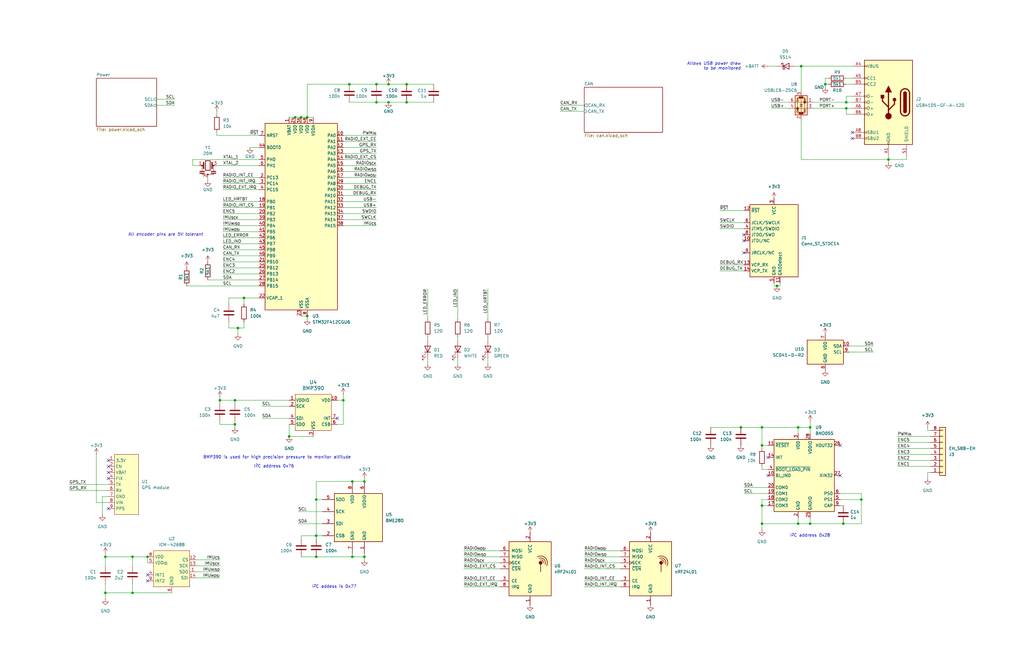
<source format=kicad_sch>
(kicad_sch (version 20250114) (generator "eeschema") (generator_version "9.0")
  (paper "USLedger")
  (title_block (title "Falcon Motherboard") (date "2025-08-23") (rev "3.1") (company "HPVDT") (comment 1 "Revised connections for programming pins") (comment 2 "Revised some sensor choices") (comment 3 "Added CAN communications"))
  (text "All encoder pins are 5V tolerant" (at 69.85 99.06 0) (effects (font (size 1.27 1.27) (italic yes))))
  (text "BMP390 is used for high precision pressure to monitor altitude" (at 116.84 193.04 0) (effects (font (size 1.27 1.27))))
  (text "Allows USB power draw\nto be monitored" (at 312.42 27.94 0) (effects (font (size 1.27 1.27) (italic yes)) (justify right)))
  (text "I^{2}C addess is 0x77" (at 140.97 247.65 0) (effects (font (size 1.27 1.27))))
  (text "I^{2}C address 0x28" (at 341.63 226.06 0) (effects (font (size 1.27 1.27))))
  (text "I^{2}C address 0x76" (at 115.57 196.85 0) (effects (font (size 1.27 1.27))))
  (junction (at 321.31 213.36))
  (junction (at 163.83 43.18))
  (junction (at 321.31 180.34))
  (junction (at 341.63 180.34))
  (junction (at 99.06 179.07))
  (junction (at 102.87 125.73))
  (junction (at 374.65 67.31))
  (junction (at 341.63 220.98))
  (junction (at 321.31 220.98))
  (junction (at 336.55 220.98))
  (junction (at 148.59 234.95))
  (junction (at 144.78 168.91))
  (junction (at 133.35 226.06))
  (junction (at 133.35 210.82))
  (junction (at 129.54 49.53))
  (junction (at 336.55 180.34))
  (junction (at 171.45 43.18))
  (junction (at 44.45 234.95))
  (junction (at 163.83 35.56))
  (junction (at 158.75 43.18))
  (junction (at 327.66 120.65))
  (junction (at 55.88 250.19))
  (junction (at 127 49.53))
  (junction (at 158.75 35.56))
  (junction (at 100.33 138.43))
  (junction (at 92.71 168.91))
  (junction (at 153.67 203.2))
  (junction (at 44.45 250.19))
  (junction (at 121.92 184.15))
  (junction (at 337.82 27.94))
  (junction (at 62.23 234.95))
  (junction (at 133.35 234.95))
  (junction (at 347.98 35.56))
  (junction (at 356.87 43.18))
  (junction (at 153.67 234.95))
  (junction (at 148.59 203.2))
  (junction (at 171.45 35.56))
  (junction (at 99.06 168.91))
  (junction (at 55.88 234.95))
  (junction (at 147.32 35.56))
  (junction (at 363.22 210.82))
  (junction (at 355.6 220.98))
  (junction (at 321.31 187.96))
  (junction (at 129.54 133.35))
  (junction (at 356.87 45.72))
  (junction (at 312.42 180.34))
  (junction (at 124.46 49.53))
  (no_connect (at 313.69 99.06))
  (no_connect (at 359.41 55.88))
  (no_connect (at 354.33 200.66))
  (no_connect (at 313.69 101.6))
  (no_connect (at 62.23 242.57))
  (no_connect (at 323.85 200.66))
  (no_connect (at 45.72 196.85))
  (no_connect (at 354.33 187.96))
  (no_connect (at 359.41 58.42))
  (no_connect (at 142.24 176.53))
  (no_connect (at 323.85 193.04))
  (no_connect (at 313.69 106.68))
  (no_connect (at 45.72 194.31))
  (no_connect (at 45.72 201.93))
  (no_connect (at 45.72 199.39))
  (no_connect (at 45.72 214.63))
  (no_connect (at 62.23 245.11))
  (wire (pts (xy 321.31 187.96) (xy 321.31 180.34)))
  (wire (pts (xy 321.31 213.36) (xy 321.31 220.98)))
  (wire (pts (xy 135.89 226.06) (xy 133.35 226.06)))
  (wire (pts (xy 124.46 49.53) (xy 127 49.53)))
  (wire (pts (xy 347.98 35.56) (xy 349.25 35.56)))
  (wire (pts (xy 102.87 138.43) (xy 100.33 138.43)))
  (wire (pts (xy 299.72 180.34) (xy 312.42 180.34)))
  (wire (pts (xy 43.18 217.17) (xy 43.18 209.55)))
  (wire (pts (xy 378.46 191.77) (xy 392.43 191.77)))
  (wire (pts (xy 195.58 240.03) (xy 210.82 240.03)))
  (wire (pts (xy 96.52 125.73) (xy 96.52 128.27)))
  (wire (pts (xy 92.71 167.64) (xy 92.71 168.91)))
  (wire (pts (xy 55.88 238.76) (xy 55.88 234.95)))
  (wire (pts (xy 326.39 119.38) (xy 326.39 120.65)))
  (wire (pts (xy 121.92 184.15) (xy 121.92 179.07)))
  (wire (pts (xy 246.38 234.95) (xy 261.62 234.95)))
  (wire (pts (xy 337.82 27.94) (xy 359.41 27.94)))
  (wire (pts (xy 347.98 36.83) (xy 347.98 35.56)))
  (wire (pts (xy 144.78 69.85) (xy 158.75 69.85)))
  (wire (pts (xy 144.78 72.39) (xy 158.75 72.39)))
  (wire (pts (xy 121.92 176.53) (xy 110.49 176.53)))
  (wire (pts (xy 129.54 133.35) (xy 129.54 134.62)))
  (wire (pts (xy 127 234.95) (xy 133.35 234.95)))
  (wire (pts (xy 121.92 171.45) (xy 110.49 171.45)))
  (wire (pts (xy 44.45 233.68) (xy 44.45 234.95)))
  (wire (pts (xy 341.63 182.88) (xy 341.63 180.34)))
  (wire (pts (xy 354.33 210.82) (xy 363.22 210.82)))
  (wire (pts (xy 96.52 138.43) (xy 96.52 135.89)))
  (wire (pts (xy 133.35 227.33) (xy 133.35 226.06)))
  (wire (pts (xy 93.98 107.95) (xy 109.22 107.95)))
  (wire (pts (xy 347.98 33.02) (xy 349.25 33.02)))
  (wire (pts (xy 163.83 43.18) (xy 171.45 43.18)))
  (wire (pts (xy 158.75 35.56) (xy 163.83 35.56)))
  (wire (pts (xy 133.35 210.82) (xy 133.35 203.2)))
  (wire (pts (xy 127 227.33) (xy 127 226.06)))
  (wire (pts (xy 368.3 146.05) (xy 358.14 146.05)))
  (wire (pts (xy 378.46 184.15) (xy 392.43 184.15)))
  (wire (pts (xy 93.98 95.25) (xy 109.22 95.25)))
  (wire (pts (xy 336.55 220.98) (xy 341.63 220.98)))
  (wire (pts (xy 93.98 80.01) (xy 109.22 80.01)))
  (wire (pts (xy 55.88 250.19) (xy 72.39 250.19)))
  (wire (pts (xy 93.98 110.49) (xy 109.22 110.49)))
  (wire (pts (xy 195.58 245.11) (xy 210.82 245.11)))
  (wire (pts (xy 100.33 138.43) (xy 96.52 138.43)))
  (wire (pts (xy 87.63 74.93) (xy 87.63 76.2)))
  (wire (pts (xy 40.64 212.09) (xy 45.72 212.09)))
  (wire (pts (xy 355.6 213.36) (xy 354.33 213.36)))
  (wire (pts (xy 368.3 148.59) (xy 358.14 148.59)))
  (wire (pts (xy 363.22 210.82) (xy 363.22 208.28)))
  (wire (pts (xy 342.9 43.18) (xy 356.87 43.18)))
  (wire (pts (xy 127 49.53) (xy 129.54 49.53)))
  (wire (pts (xy 205.74 151.13) (xy 205.74 153.67)))
  (wire (pts (xy 133.35 210.82) (xy 135.89 210.82)))
  (wire (pts (xy 142.24 179.07) (xy 144.78 179.07)))
  (wire (pts (xy 363.22 208.28) (xy 354.33 208.28)))
  (wire (pts (xy 144.78 80.01) (xy 158.75 80.01)))
  (wire (pts (xy 195.58 247.65) (xy 210.82 247.65)))
  (wire (pts (xy 328.93 120.65) (xy 327.66 120.65)))
  (wire (pts (xy 321.31 187.96) (xy 321.31 189.23)))
  (wire (pts (xy 29.21 207.01) (xy 45.72 207.01)))
  (wire (pts (xy 62.23 234.95) (xy 62.23 237.49)))
  (wire (pts (xy 321.31 210.82) (xy 321.31 213.36)))
  (wire (pts (xy 356.87 40.64) (xy 356.87 43.18)))
  (wire (pts (xy 356.87 35.56) (xy 359.41 35.56)))
  (wire (pts (xy 323.85 187.96) (xy 321.31 187.96)))
  (wire (pts (xy 359.41 43.18) (xy 356.87 43.18)))
  (wire (pts (xy 313.69 93.98) (xy 303.53 93.98)))
  (wire (pts (xy 391.16 181.61) (xy 392.43 181.61)))
  (wire (pts (xy 374.65 68.58) (xy 374.65 67.31)))
  (wire (pts (xy 341.63 177.8) (xy 341.63 180.34)))
  (wire (pts (xy 195.58 234.95) (xy 210.82 234.95)))
  (wire (pts (xy 133.35 234.95) (xy 148.59 234.95)))
  (wire (pts (xy 127 226.06) (xy 133.35 226.06)))
  (wire (pts (xy 341.63 218.44) (xy 341.63 220.98)))
  (wire (pts (xy 132.08 184.15) (xy 121.92 184.15)))
  (wire (pts (xy 82.55 241.3) (xy 92.71 241.3)))
  (wire (pts (xy 321.31 213.36) (xy 323.85 213.36)))
  (wire (pts (xy 55.88 250.19) (xy 55.88 246.38)))
  (wire (pts (xy 81.28 69.85) (xy 83.82 69.85)))
  (wire (pts (xy 347.98 35.56) (xy 347.98 33.02)))
  (wire (pts (xy 236.22 44.45) (xy 246.38 44.45)))
  (wire (pts (xy 93.98 85.09) (xy 109.22 85.09)))
  (wire (pts (xy 158.75 43.18) (xy 163.83 43.18)))
  (wire (pts (xy 341.63 220.98) (xy 355.6 220.98)))
  (wire (pts (xy 125.73 220.98) (xy 135.89 220.98)))
  (wire (pts (xy 325.12 45.72) (xy 332.74 45.72)))
  (wire (pts (xy 129.54 35.56) (xy 129.54 49.53)))
  (wire (pts (xy 355.6 220.98) (xy 363.22 220.98)))
  (wire (pts (xy 29.21 204.47) (xy 45.72 204.47)))
  (wire (pts (xy 180.34 134.62) (xy 180.34 121.92)))
  (wire (pts (xy 96.52 125.73) (xy 102.87 125.73)))
  (wire (pts (xy 356.87 40.64) (xy 359.41 40.64)))
  (wire (pts (xy 193.04 134.62) (xy 193.04 121.92)))
  (wire (pts (xy 91.44 57.15) (xy 109.22 57.15)))
  (wire (pts (xy 93.98 97.79) (xy 109.22 97.79)))
  (wire (pts (xy 93.98 90.17) (xy 109.22 90.17)))
  (wire (pts (xy 321.31 180.34) (xy 336.55 180.34)))
  (wire (pts (xy 109.22 120.65) (xy 78.74 120.65)))
  (wire (pts (xy 144.78 77.47) (xy 158.75 77.47)))
  (wire (pts (xy 55.88 234.95) (xy 62.23 234.95)))
  (wire (pts (xy 44.45 234.95) (xy 55.88 234.95)))
  (wire (pts (xy 82.55 236.22) (xy 92.71 236.22)))
  (wire (pts (xy 337.82 67.31) (xy 374.65 67.31)))
  (wire (pts (xy 44.45 250.19) (xy 55.88 250.19)))
  (wire (pts (xy 356.87 45.72) (xy 356.87 48.26)))
  (wire (pts (xy 335.28 27.94) (xy 337.82 27.94)))
  (wire (pts (xy 93.98 100.33) (xy 109.22 100.33)))
  (wire (pts (xy 303.53 88.9) (xy 313.69 88.9)))
  (wire (pts (xy 382.27 67.31) (xy 382.27 66.04)))
  (wire (pts (xy 378.46 189.23) (xy 392.43 189.23)))
  (wire (pts (xy 328.93 119.38) (xy 328.93 120.65)))
  (wire (pts (xy 43.18 209.55) (xy 45.72 209.55)))
  (wire (pts (xy 193.04 143.51) (xy 193.04 142.24)))
  (wire (pts (xy 102.87 125.73) (xy 109.22 125.73)))
  (wire (pts (xy 93.98 87.63) (xy 109.22 87.63)))
  (wire (pts (xy 313.69 208.28) (xy 323.85 208.28)))
  (wire (pts (xy 171.45 43.18) (xy 182.88 43.18)))
  (wire (pts (xy 148.59 233.68) (xy 148.59 234.95)))
  (wire (pts (xy 121.92 49.53) (xy 124.46 49.53)))
  (wire (pts (xy 148.59 203.2) (xy 153.67 203.2)))
  (wire (pts (xy 147.32 43.18) (xy 158.75 43.18)))
  (wire (pts (xy 336.55 218.44) (xy 336.55 220.98)))
  (wire (pts (xy 133.35 203.2) (xy 148.59 203.2)))
  (wire (pts (xy 109.22 69.85) (xy 91.44 69.85)))
  (wire (pts (xy 323.85 210.82) (xy 321.31 210.82)))
  (wire (pts (xy 105.41 62.23) (xy 109.22 62.23)))
  (wire (pts (xy 93.98 115.57) (xy 109.22 115.57)))
  (wire (pts (xy 342.9 45.72) (xy 356.87 45.72)))
  (wire (pts (xy 313.69 96.52) (xy 303.53 96.52)))
  (wire (pts (xy 73.66 44.45) (xy 66.04 44.45)))
  (wire (pts (xy 144.78 90.17) (xy 158.75 90.17)))
  (wire (pts (xy 153.67 234.95) (xy 153.67 233.68)))
  (wire (pts (xy 144.78 74.93) (xy 158.75 74.93)))
  (wire (pts (xy 102.87 135.89) (xy 102.87 138.43)))
  (wire (pts (xy 81.28 67.31) (xy 81.28 69.85)))
  (wire (pts (xy 171.45 35.56) (xy 182.88 35.56)))
  (wire (pts (xy 73.66 41.91) (xy 66.04 41.91)))
  (wire (pts (xy 127 133.35) (xy 129.54 133.35)))
  (wire (pts (xy 91.44 46.99) (xy 91.44 48.26)))
  (wire (pts (xy 144.78 64.77) (xy 158.75 64.77)))
  (wire (pts (xy 109.22 118.11) (xy 87.63 118.11)))
  (wire (pts (xy 148.59 234.95) (xy 153.67 234.95)))
  (wire (pts (xy 363.22 220.98) (xy 363.22 210.82)))
  (wire (pts (xy 195.58 232.41) (xy 210.82 232.41)))
  (wire (pts (xy 129.54 35.56) (xy 147.32 35.56)))
  (wire (pts (xy 92.71 168.91) (xy 99.06 168.91)))
  (wire (pts (xy 82.55 238.76) (xy 92.71 238.76)))
  (wire (pts (xy 391.16 180.34) (xy 391.16 181.61)))
  (wire (pts (xy 391.16 199.39) (xy 392.43 199.39)))
  (wire (pts (xy 195.58 237.49) (xy 210.82 237.49)))
  (wire (pts (xy 321.31 223.52) (xy 321.31 220.98)))
  (wire (pts (xy 93.98 74.93) (xy 109.22 74.93)))
  (wire (pts (xy 102.87 125.73) (xy 102.87 128.27)))
  (wire (pts (xy 147.32 35.56) (xy 158.75 35.56)))
  (wire (pts (xy 337.82 27.94) (xy 337.82 38.1)))
  (wire (pts (xy 356.87 48.26) (xy 359.41 48.26)))
  (wire (pts (xy 356.87 33.02) (xy 359.41 33.02)))
  (wire (pts (xy 40.64 191.77) (xy 40.64 212.09)))
  (wire (pts (xy 205.74 134.62) (xy 205.74 121.92)))
  (wire (pts (xy 144.78 87.63) (xy 158.75 87.63)))
  (wire (pts (xy 205.74 143.51) (xy 205.74 142.24)))
  (wire (pts (xy 153.67 236.22) (xy 153.67 234.95)))
  (wire (pts (xy 378.46 186.69) (xy 392.43 186.69)))
  (wire (pts (xy 91.44 55.88) (xy 91.44 57.15)))
  (wire (pts (xy 378.46 196.85) (xy 392.43 196.85)))
  (wire (pts (xy 323.85 27.94) (xy 327.66 27.94)))
  (wire (pts (xy 246.38 245.11) (xy 261.62 245.11)))
  (wire (pts (xy 246.38 240.03) (xy 261.62 240.03)))
  (wire (pts (xy 144.78 95.25) (xy 158.75 95.25)))
  (wire (pts (xy 313.69 111.76) (xy 303.53 111.76)))
  (wire (pts (xy 144.78 67.31) (xy 158.75 67.31)))
  (wire (pts (xy 93.98 102.87) (xy 109.22 102.87)))
  (wire (pts (xy 193.04 153.67) (xy 193.04 151.13)))
  (wire (pts (xy 125.73 215.9) (xy 135.89 215.9)))
  (wire (pts (xy 374.65 67.31) (xy 382.27 67.31)))
  (wire (pts (xy 144.78 59.69) (xy 158.75 59.69)))
  (wire (pts (xy 93.98 77.47) (xy 109.22 77.47)))
  (wire (pts (xy 144.78 168.91) (xy 142.24 168.91)))
  (wire (pts (xy 321.31 196.85) (xy 321.31 198.12)))
  (wire (pts (xy 99.06 168.91) (xy 99.06 170.18)))
  (wire (pts (xy 129.54 49.53) (xy 132.08 49.53)))
  (wire (pts (xy 144.78 166.37) (xy 144.78 168.91)))
  (wire (pts (xy 321.31 198.12) (xy 323.85 198.12)))
  (wire (pts (xy 100.33 140.97) (xy 100.33 138.43)))
  (wire (pts (xy 313.69 205.74) (xy 323.85 205.74)))
  (wire (pts (xy 374.65 67.31) (xy 374.65 66.04)))
  (wire (pts (xy 144.78 62.23) (xy 158.75 62.23)))
  (wire (pts (xy 378.46 194.31) (xy 392.43 194.31)))
  (wire (pts (xy 327.66 120.65) (xy 326.39 120.65)))
  (wire (pts (xy 391.16 201.93) (xy 391.16 199.39)))
  (wire (pts (xy 336.55 180.34) (xy 336.55 182.88)))
  (wire (pts (xy 337.82 50.8) (xy 337.82 67.31)))
  (wire (pts (xy 236.22 46.99) (xy 246.38 46.99)))
  (wire (pts (xy 82.55 243.84) (xy 92.71 243.84)))
  (wire (pts (xy 99.06 177.8) (xy 99.06 179.07)))
  (wire (pts (xy 144.78 85.09) (xy 158.75 85.09)))
  (wire (pts (xy 321.31 220.98) (xy 336.55 220.98)))
  (wire (pts (xy 93.98 105.41) (xy 109.22 105.41)))
  (wire (pts (xy 246.38 232.41) (xy 261.62 232.41)))
  (wire (pts (xy 144.78 82.55) (xy 158.75 82.55)))
  (wire (pts (xy 144.78 57.15) (xy 158.75 57.15)))
  (wire (pts (xy 313.69 114.3) (xy 303.53 114.3)))
  (wire (pts (xy 44.45 238.76) (xy 44.45 234.95)))
  (wire (pts (xy 93.98 113.03) (xy 109.22 113.03)))
  (wire (pts (xy 341.63 180.34) (xy 336.55 180.34)))
  (wire (pts (xy 92.71 168.91) (xy 92.71 170.18)))
  (wire (pts (xy 44.45 246.38) (xy 44.45 250.19)))
  (wire (pts (xy 92.71 177.8) (xy 92.71 179.07)))
  (wire (pts (xy 144.78 179.07) (xy 144.78 168.91)))
  (wire (pts (xy 246.38 237.49) (xy 261.62 237.49)))
  (wire (pts (xy 325.12 43.18) (xy 332.74 43.18)))
  (wire (pts (xy 180.34 143.51) (xy 180.34 142.24)))
  (wire (pts (xy 144.78 92.71) (xy 158.75 92.71)))
  (wire (pts (xy 153.67 201.93) (xy 153.67 203.2)))
  (wire (pts (xy 163.83 35.56) (xy 171.45 35.56)))
  (wire (pts (xy 180.34 153.67) (xy 180.34 151.13)))
  (wire (pts (xy 312.42 180.34) (xy 321.31 180.34)))
  (wire (pts (xy 246.38 247.65) (xy 261.62 247.65)))
  (wire (pts (xy 93.98 92.71) (xy 109.22 92.71)))
  (wire (pts (xy 359.41 45.72) (xy 356.87 45.72)))
  (wire (pts (xy 99.06 168.91) (xy 121.92 168.91)))
  (wire (pts (xy 133.35 226.06) (xy 133.35 210.82)))
  (wire (pts (xy 92.71 179.07) (xy 99.06 179.07)))
  (wire (pts (xy 44.45 250.19) (xy 44.45 252.73)))
  (wire (pts (xy 81.28 67.31) (xy 109.22 67.31)))
  (wire (pts (xy 99.06 180.34) (xy 99.06 179.07)))
  (label "ENC5" (at 378.46 186.69 0))
  (label "ENC4" (at 93.98 110.49 0))
  (label "IMU_{MOSI}" (at 92.71 243.84 180))
  (label "SWCLK" (at 303.53 93.98 0))
  (label "SCL" (at 125.73 215.9 0))
  (label "ENC1" (at 378.46 196.85 0))
  (label "RADIO_EXT_IRQ" (at 195.58 247.65 0))
  (label "RADIO_{MOSI}" (at 158.75 74.93 180))
  (label "IMU_{MISO}" (at 92.71 241.3 180))
  (label "IMU_{SCK}" (at 92.71 238.76 180))
  (label "SDA" (at 125.73 220.98 0))
  (label "RADIO_{MISO}" (at 158.75 72.39 180))
  (label "RADIO_EXT_IRQ" (at 93.98 80.01 0))
  (label "SDA" (at 368.3 146.05 180))
  (label "IMU_{CS}" (at 92.71 236.22 180))
  (label "DEBUG_RX" (at 303.53 111.76 0))
  (label "CAN_TX" (at 236.22 46.99 0))
  (label "RADIO_INT_CE" (at 93.98 74.93 0))
  (label "RADIO_{MOSI}" (at 246.38 232.41 0))
  (label "SCL" (at 93.98 120.65 0))
  (label "SDA" (at 93.98 118.11 0))
  (label "IMU_{SCK}" (at 93.98 92.71 0))
  (label "SWCLK" (at 158.75 92.71 180))
  (label "GPS_RX" (at 29.21 207.01 0))
  (label "XTAL_2" (at 93.98 69.85 0))
  (label "RADIO_INT_IRQ" (at 246.38 247.65 0))
  (label "PORT-" (at 345.44 43.18 0))
  (label "RADIO_INT_CS" (at 246.38 240.03 0))
  (label "SCL" (at 313.69 208.28 0))
  (label "IMU_{CS}" (at 158.75 95.25 180))
  (label "RADIO_EXT_CE" (at 158.75 59.69 180))
  (label "SDA" (at 313.69 205.74 0))
  (label "LED_ERROR" (at 180.34 121.92 270))
  (label "DEBUG_TX" (at 303.53 114.3 0))
  (label "RADIO_{SCK}" (at 158.75 69.85 180))
  (label "ENC3" (at 378.46 191.77 0))
  (label "ENC4" (at 378.46 189.23 0))
  (label "RADIO_{MISO}" (at 195.58 234.95 0))
  (label "RADIO_INT_CE" (at 246.38 245.11 0))
  (label "RADIO_{SCK}" (at 195.58 237.49 0))
  (label "LED_IND" (at 193.04 121.92 270))
  (label "~{RST}" (at 303.53 88.9 0))
  (label "LED_HRTBT" (at 93.98 85.09 0))
  (label "LED_ERROR" (at 93.98 100.33 0))
  (label "ENC2" (at 378.46 194.31 0))
  (label "SCL" (at 73.66 41.91 180))
  (label "SWDIO" (at 303.53 96.52 0))
  (label "PORT+" (at 345.44 45.72 0))
  (label "ENC2" (at 93.98 115.57 0))
  (label "RADIO_EXT_CS" (at 195.58 240.03 0))
  (label "CAN_RX" (at 93.98 105.41 0))
  (label "PWM_{IN}" (at 378.46 184.15 0))
  (label "USB+" (at 158.75 87.63 180))
  (label "RADIO_INT_IRQ" (at 93.98 77.47 0))
  (label "SCL" (at 110.49 171.45 0))
  (label "XTAL_1" (at 93.98 67.31 0))
  (label "SDA" (at 110.49 176.53 0))
  (label "USB-" (at 158.75 85.09 180))
  (label "~{RST}" (at 105.41 57.15 0))
  (label "LED_HRTBT" (at 205.74 121.92 270))
  (label "CAN_TX" (at 93.98 107.95 0))
  (label "ENC1" (at 158.75 77.47 180))
  (label "RADIO_INT_CS" (at 93.98 87.63 0))
  (label "PWM_{IN}" (at 158.75 57.15 180))
  (label "RADIO_EXT_CE" (at 195.58 245.11 0))
  (label "ENC5" (at 93.98 90.17 0))
  (label "DEBUG_RX" (at 158.75 82.55 180))
  (label "IMU_{MISO}" (at 93.98 95.25 0))
  (label "GPS_TX" (at 158.75 64.77 180))
  (label "RADIO_EXT_CS" (at 158.75 67.31 180))
  (label "SDA" (at 73.66 44.45 180))
  (label "GPS_RX" (at 158.75 62.23 180))
  (label "IMU_{MOSI}" (at 93.98 97.79 0))
  (label "CAN_RX" (at 236.22 44.45 0))
  (label "ENC3" (at 93.98 113.03 0))
  (label "USB+" (at 325.12 45.72 0))
  (label "SWDIO" (at 158.75 90.17 180))
  (label "RADIO_{SCK}" (at 246.38 237.49 0))
  (label "GPS_TX" (at 29.21 204.47 0))
  (label "USB-" (at 325.12 43.18 0))
  (label "DEBUG_TX" (at 158.75 80.01 180))
  (label "SCL" (at 368.3 148.59 180))
  (label "RADIO_{MISO}" (at 246.38 234.95 0))
  (label "LED_IND" (at 93.98 102.87 0))
  (label "RADIO_{MOSI}" (at 195.58 232.41 0))
  (symbol (lib_id "Connector:USB_C_Receptacle_USB2.0_16P") (at 374.65 43.18 0) (mirror y) (unit 1)
    (property "Reference" "J2" (at 386.08 41.9099 0) (effects (justify right)))
    (property "Value" "USB4105-GF-A-120" (at 386.08 44.4499 0) (effects (justify right)))
    (property "Footprint" "Connector_USB:USB_C_Receptacle_GCT_USB4105-xx-A_16P_TopMnt_Horizontal" (effects (hide yes)))
    (property "Datasheet" "https://www.usb.org/sites/default/files/documents/usb_type-c.zip" (effects (hide yes)))
    (property "Description" "USB 2.0-only 16P Type-C Receptacle connector" (effects (hide yes)))
    (property "LCSC" "C5184243" (effects (hide yes)))
  )
  (symbol (lib_id "Device:C") (at 127 231.14 0) (unit 1)
    (property "Reference" "C6" (at 123.19 229.8699 0) (effects (justify right)))
    (property "Value" "100n" (at 123.19 232.4099 0) (effects (justify right)))
    (property "Footprint" "Capacitor_SMD:C_0402_1005Metric" (effects (hide yes)))
    (property "Description" "Unpolarized capacitor" (effects (hide yes)))
    (property "LCSC" "C301928" (effects (hide yes)))
  )
  (symbol (lib_id "Device:R") (at 78.74 116.84 180) (unit 1)
    (property "Reference" "R1" (at 76.2 116.84 90))
    (property "Value" "5k1" (at 78.74 116.84 90))
    (property "Footprint" "Resistor_SMD:R_0402_1005Metric" (effects (hide yes)))
    (property "Description" "Resistor" (effects (hide yes)))
    (property "LCSC" "C25905" (effects (hide yes)))
  )
  (symbol (lib_id "power:GND") (at 223.52 255.27 0) (unit 1)
    (property "Reference" "#PWR024" (effects (hide yes)))
    (property "Value" "GND" (at 223.52 260.35 0))
    (property "Description" "Power symbol creates a global label with name \"GND\" , ground" (effects (hide yes)))
  )
  (symbol (lib_id "power:+3V3") (at 40.64 191.77 0) (unit 1)
    (property "Reference" "#PWR01" (effects (hide yes)))
    (property "Value" "+3V3" (at 40.64 187.96 0))
    (property "Description" "Power symbol creates a global label with name \"+3V3\"" (effects (hide yes)))
  )
  (symbol (lib_id "power:GND") (at 374.65 68.58 0) (mirror y) (unit 1)
    (property "Reference" "#PWR037" (effects (hide yes)))
    (property "Value" "GND" (at 377.19 69.85 0) (effects (justify right)))
    (property "Description" "Power symbol creates a global label with name \"GND\" , ground" (effects (hide yes)))
  )
  (symbol (lib_id "power:GND") (at 99.06 180.34 0) (unit 1)
    (property "Reference" "#PWR010" (effects (hide yes)))
    (property "Value" "GND" (at 99.06 185.42 0))
    (property "Description" "Power symbol creates a global label with name \"GND\" , ground" (effects (hide yes)))
  )
  (symbol (lib_id "Connector:Conn_ST_STDC14") (at 326.39 101.6 0) (mirror y) (unit 1)
    (property "Reference" "J1" (at 337.82 100.33 0) (effects (justify right)))
    (property "Value" "Conn_ST_STDC14" (at 337.82 102.87 0) (effects (justify right)))
    (property "Footprint" "Connector_PinHeader_1.27mm:PinHeader_2x07_P1.27mm_Vertical_SMD" (effects (hide yes)))
    (property "Datasheet" "https://www.st.com/content/ccc/resource/technical/document/user_manual/group1/99/49/91/b6/b2/3a/46/e5/DM00526767/files/DM00526767.pdf/jcr:content/translations/en.DM00526767.pdf" (effects (hide yes)))
    (property "LCSC" "C2881912" (effects (hide yes)))
  )
  (symbol (lib_id "Device:LED") (at 205.74 147.32 270) (mirror x) (unit 1)
    (property "Reference" "D3" (at 208.28 147.6374 90) (effects (justify left)))
    (property "Value" "GREEN" (at 208.28 150.1774 90) (effects (justify left)))
    (property "Footprint" "LED_SMD:LED_0805_2012Metric" (effects (hide yes)))
    (property "Description" "Light emitting diode" (effects (hide yes)))
    (property "Sim.Pins" "1=K 2=A" (effects (hide yes)))
    (property "LCSC" "C2293" (effects (hide yes)))
  )
  (symbol (lib_id "Power_Protection:USBLC6-2SC6") (at 337.82 43.18 0) (mirror y) (unit 1)
    (property "Reference" "U8" (at 336.1689 35.56 0) (effects (justify left)))
    (property "Value" "USBLC6-2SC6" (at 336.1689 38.1 0) (effects (justify left)))
    (property "Footprint" "Package_TO_SOT_SMD:SOT-23-6" (effects (hide yes)))
    (property "Datasheet" "https://www.st.com/resource/en/datasheet/usblc6-2.pdf" (effects (hide yes)))
    (property "Description" "Very low capacitance ESD protection diode, 2 data-line, SOT-23-6" (effects (hide yes)))
    (property "LCSC" "C7519" (effects (hide yes)))
  )
  (symbol (lib_id "RF:NRF24L01_Breakout") (at 223.52 240.03 0) (unit 1) (in_bom no)
    (property "Reference" "U6" (at 233.68 238.7599 0) (effects (justify left)))
    (property "Value" "nRF24L01" (at 233.68 241.2999 0) (effects (justify left)))
    (property "Footprint" "RF_Module:nRF24L01_Breakout" (effects (hide yes)))
    (property "Datasheet" "http://www.nordicsemi.com/eng/content/download/2730/34105/file/nRF24L01_Product_Specification_v2_0.pdf" (effects (hide yes)))
  )
  (symbol (lib_id "power:GND") (at 347.98 36.83 0) (unit 1)
    (property "Reference" "#PWR034" (effects (hide yes)))
    (property "Value" "GND" (at 345.44 36.83 0))
    (property "Description" "Power symbol creates a global label with name \"GND\" , ground" (effects (hide yes)))
  )
  (symbol (lib_id "Device:C") (at 171.45 39.37 0) (unit 1)
    (property "Reference" "C10" (at 167.64 38.0999 0) (effects (justify right)))
    (property "Value" "100n" (at 167.64 40.6399 0) (effects (justify right)))
    (property "Footprint" "Capacitor_SMD:C_0402_1005Metric" (effects (hide yes)))
    (property "Description" "Unpolarized capacitor" (effects (hide yes)))
    (property "LCSC" "C301928" (effects (hide yes)))
  )
  (symbol (lib_id "power:GND") (at 205.74 153.67 0) (mirror y) (unit 1)
    (property "Reference" "#PWR022" (effects (hide yes)))
    (property "Value" "GND" (at 205.74 158.75 0))
    (property "Description" "Power symbol creates a global label with name \"GND\" , ground" (effects (hide yes)))
  )
  (symbol (lib_id "Device:R") (at 193.04 138.43 180) (unit 1)
    (property "Reference" "R6" (at 195.58 137.1599 0) (effects (justify right)))
    (property "Value" "120" (at 195.58 139.6999 0) (effects (justify right)))
    (property "Footprint" "Resistor_SMD:R_0402_1005Metric" (effects (hide yes)))
    (property "LCSC" "C25079" (effects (hide yes)))
  )
  (symbol (lib_id "power:GND") (at 391.16 201.93 0) (unit 1)
    (property "Reference" "#PWR039" (effects (hide yes)))
    (property "Value" "GND" (at 391.16 207.01 0))
    (property "Description" "Power symbol creates a global label with name \"GND\" , ground" (effects (hide yes)))
  )
  (symbol (lib_id "power:GND") (at 180.34 153.67 0) (mirror y) (unit 1)
    (property "Reference" "#PWR020" (effects (hide yes)))
    (property "Value" "GND" (at 180.34 158.75 0))
    (property "Description" "Power symbol creates a global label with name \"GND\" , ground" (effects (hide yes)))
  )
  (symbol (lib_id "power:GND") (at 100.33 140.97 0) (unit 1)
    (property "Reference" "#PWR011" (effects (hide yes)))
    (property "Value" "GND" (at 100.33 146.05 0))
    (property "Description" "Power symbol creates a global label with name \"GND\" , ground" (effects (hide yes)))
  )
  (symbol (lib_id "power:+BATT") (at 323.85 27.94 90) (unit 1)
    (property "Reference" "#PWR030" (effects (hide yes)))
    (property "Value" "+BATT" (at 320.04 27.9399 90) (effects (justify left)))
    (property "Description" "Power symbol creates a global label with name \"+BATT\"" (effects (hide yes)))
  )
  (symbol (lib_id "power:+3V3") (at 274.32 224.79 0) (unit 1)
    (property "Reference" "#PWR025" (effects (hide yes)))
    (property "Value" "+3V3" (at 274.32 220.98 0))
    (property "Description" "Power symbol creates a global label with name \"+3V3\"" (effects (hide yes)))
  )
  (symbol (lib_id "power:GND") (at 163.83 43.18 0) (unit 1)
    (property "Reference" "#PWR019" (effects (hide yes)))
    (property "Value" "GND" (at 163.83 46.99 0))
    (property "Description" "Power symbol creates a global label with name \"GND\" , ground" (effects (hide yes)))
  )
  (symbol (lib_id "power:GND") (at 105.41 62.23 0) (unit 1)
    (property "Reference" "#PWR012" (effects (hide yes)))
    (property "Value" "GND" (at 105.41 66.04 0))
    (property "Description" "Power symbol creates a global label with name \"GND\" , ground" (effects (hide yes)))
  )
  (symbol (lib_id "power:+3V3") (at 78.74 113.03 0) (mirror y) (unit 1)
    (property "Reference" "#PWR05" (effects (hide yes)))
    (property "Value" "+3V3" (at 78.74 107.95 0))
    (property "Description" "Power symbol creates a global label with name \"+3V3\"" (effects (hide yes)))
  )
  (symbol (lib_id "power:+3V3") (at 87.63 110.49 0) (mirror y) (unit 1)
    (property "Reference" "#PWR07" (effects (hide yes)))
    (property "Value" "+3V3" (at 87.63 105.41 0))
    (property "Description" "Power symbol creates a global label with name \"+3V3\"" (effects (hide yes)))
  )
  (symbol (lib_id "Device:R") (at 353.06 33.02 90) (unit 1)
    (property "Reference" "R9" (at 353.06 30.48 90))
    (property "Value" "5k1" (at 353.06 33.02 90))
    (property "Footprint" "Resistor_SMD:R_0402_1005Metric" (effects (hide yes)))
    (property "Description" "Resistor" (effects (hide yes)))
    (property "LCSC" "C25905" (effects (hide yes)))
  )
  (symbol (lib_id "Device:R") (at 180.34 138.43 180) (unit 1)
    (property "Reference" "R5" (at 182.88 137.1599 0) (effects (justify right)))
    (property "Value" "120" (at 182.88 139.6999 0) (effects (justify right)))
    (property "Footprint" "Resistor_SMD:R_0402_1005Metric" (effects (hide yes)))
    (property "LCSC" "C25079" (effects (hide yes)))
  )
  (symbol (lib_id "power:GND") (at 347.98 156.21 0) (unit 1)
    (property "Reference" "#PWR036" (effects (hide yes)))
    (property "Value" "GND" (at 347.98 161.29 0))
    (property "Description" "Power symbol creates a global label with name \"GND\" , ground" (effects (hide yes)))
  )
  (symbol (lib_id "power:+3V3") (at 153.67 201.93 0) (unit 1)
    (property "Reference" "#PWR016" (effects (hide yes)))
    (property "Value" "+3V3" (at 153.67 198.12 0))
    (property "Description" "Power symbol creates a global label with name \"+3V3\"" (effects (hide yes)))
  )
  (symbol (lib_id "power:GND") (at 87.63 76.2 0) (unit 1)
    (property "Reference" "#PWR06" (effects (hide yes)))
    (property "Value" "GND" (at 87.63 80.01 0))
    (property "Description" "Power symbol creates a global label with name \"GND\" , ground" (effects (hide yes)))
  )
  (symbol (lib_id "Device:C") (at 133.35 231.14 0) (mirror y) (unit 1)
    (property "Reference" "C7" (at 137.16 229.8699 0) (effects (justify right)))
    (property "Value" "100n" (at 137.16 232.4099 0) (effects (justify right)))
    (property "Footprint" "Capacitor_SMD:C_0402_1005Metric" (effects (hide yes)))
    (property "Description" "Unpolarized capacitor" (effects (hide yes)))
    (property "LCSC" "C301928" (effects (hide yes)))
  )
  (symbol (lib_id "power:+3V3") (at 91.44 46.99 0) (unit 1)
    (property "Reference" "#PWR08" (effects (hide yes)))
    (property "Value" "+3V3" (at 91.44 43.434 0))
    (property "Description" "Power symbol creates a global label with name \"+3V3\"" (effects (hide yes)))
  )
  (symbol (lib_id "power:GND") (at 43.18 217.17 0) (unit 1)
    (property "Reference" "#PWR02" (effects (hide yes)))
    (property "Value" "GND" (at 43.18 222.25 0))
    (property "Description" "Power symbol creates a global label with name \"GND\" , ground" (effects (hide yes)))
  )
  (symbol (lib_id "power:+3V3") (at 223.52 224.79 0) (unit 1)
    (property "Reference" "#PWR023" (effects (hide yes)))
    (property "Value" "+3V3" (at 223.52 220.98 0))
    (property "Description" "Power symbol creates a global label with name \"+3V3\"" (effects (hide yes)))
  )
  (symbol (lib_id "Device:C") (at 147.32 39.37 0) (unit 1)
    (property "Reference" "C8" (at 143.51 38.0999 0) (effects (justify right)))
    (property "Value" "100n" (at 143.51 40.6399 0) (effects (justify right)))
    (property "Footprint" "Capacitor_SMD:C_0402_1005Metric" (effects (hide yes)))
    (property "Description" "Unpolarized capacitor" (effects (hide yes)))
    (property "LCSC" "C301928" (effects (hide yes)))
  )
  (symbol (lib_id "Device:C") (at 158.75 39.37 0) (unit 1)
    (property "Reference" "C9" (at 154.94 38.0999 0) (effects (justify right)))
    (property "Value" "100n" (at 154.94 40.6399 0) (effects (justify right)))
    (property "Footprint" "Capacitor_SMD:C_0402_1005Metric" (effects (hide yes)))
    (property "Description" "Unpolarized capacitor" (effects (hide yes)))
    (property "LCSC" "C301928" (effects (hide yes)))
  )
  (symbol (lib_id "Device:C") (at 44.45 242.57 0) (unit 1)
    (property "Reference" "C1" (at 40.64 241.2999 0) (effects (justify right)))
    (property "Value" "100n" (at 40.64 243.8399 0) (effects (justify right)))
    (property "Footprint" "Capacitor_SMD:C_0402_1005Metric" (effects (hide yes)))
    (property "Description" "Unpolarized capacitor" (effects (hide yes)))
    (property "LCSC" "C301928" (effects (hide yes)))
  )
  (symbol (lib_id "Device:C") (at 99.06 173.99 0) (mirror y) (unit 1)
    (property "Reference" "C5" (at 102.87 172.7199 0) (effects (justify right)))
    (property "Value" "100n" (at 102.87 175.2599 0) (effects (justify right)))
    (property "Footprint" "Capacitor_SMD:C_0402_1005Metric" (effects (hide yes)))
    (property "Description" "Unpolarized capacitor" (effects (hide yes)))
    (property "LCSC" "C301928" (effects (hide yes)))
  )
  (symbol (lib_id "mb_sensors:MT3339") (at 43.18 193.04 0) (unit 1) (in_bom no)
    (property "Reference" "U1" (at 59.69 203.1999 0) (effects (justify left)))
    (property "Value" "GPS module" (at 59.69 205.7399 0) (effects (justify left)))
    (property "Footprint" "Connector_PinSocket_2.54mm:PinSocket_1x09_P2.54mm_Vertical" (effects (hide yes)))
  )
  (symbol (lib_id "Device:C") (at 312.42 184.15 0) (unit 1)
    (property "Reference" "C13" (at 308.61 182.8799 0) (effects (justify right)))
    (property "Value" "100n" (at 308.61 185.4199 0) (effects (justify right)))
    (property "Footprint" "Capacitor_SMD:C_0402_1005Metric" (effects (hide yes)))
    (property "Description" "Unpolarized capacitor" (effects (hide yes)))
    (property "LCSC" "C301928" (effects (hide yes)))
  )
  (symbol (lib_id "power:GND") (at 274.32 255.27 0) (unit 1)
    (property "Reference" "#PWR026" (effects (hide yes)))
    (property "Value" "GND" (at 274.32 260.35 0))
    (property "Description" "Power symbol creates a global label with name \"GND\" , ground" (effects (hide yes)))
  )
  (symbol (lib_id "Device:R") (at 205.74 138.43 180) (unit 1)
    (property "Reference" "R7" (at 208.28 137.1599 0) (effects (justify right)))
    (property "Value" "120" (at 208.28 139.6999 0) (effects (justify right)))
    (property "Footprint" "Resistor_SMD:R_0402_1005Metric" (effects (hide yes)))
    (property "LCSC" "C25079" (effects (hide yes)))
  )
  (symbol (lib_id "power:GND") (at 129.54 134.62 0) (unit 1)
    (property "Reference" "#PWR014" (effects (hide yes)))
    (property "Value" "GND" (at 129.54 139.7 0))
    (property "Description" "Power symbol creates a global label with name \"GND\" , ground" (effects (hide yes)))
  )
  (symbol (lib_id "Device:C") (at 182.88 39.37 0) (mirror x) (unit 1)
    (property "Reference" "C11" (at 179.959 38.2016 0) (effects (justify right)))
    (property "Value" "1u" (at 179.959 40.513 0) (effects (justify right)))
    (property "Footprint" "Capacitor_SMD:C_0402_1005Metric" (effects (hide yes)))
    (property "LCSC" "C52923" (effects (hide yes)))
  )
  (symbol (lib_id "power:+3V3") (at 44.45 233.68 0) (unit 1)
    (property "Reference" "#PWR03" (effects (hide yes)))
    (property "Value" "+3V3" (at 44.45 229.87 0))
    (property "Description" "Power symbol creates a global label with name \"+3V3\"" (effects (hide yes)))
  )
  (symbol (lib_id "power:GND") (at 44.45 252.73 0) (unit 1)
    (property "Reference" "#PWR04" (effects (hide yes)))
    (property "Value" "GND" (at 44.45 257.81 0))
    (property "Description" "Power symbol creates a global label with name \"GND\" , ground" (effects (hide yes)))
  )
  (symbol (lib_id "Device:R") (at 353.06 35.56 90) (unit 1)
    (property "Reference" "R10" (at 353.06 38.1 90))
    (property "Value" "5k1" (at 353.06 35.56 90))
    (property "Footprint" "Resistor_SMD:R_0402_1005Metric" (effects (hide yes)))
    (property "Description" "Resistor" (effects (hide yes)))
    (property "LCSC" "C25905" (effects (hide yes)))
  )
  (symbol (lib_id "power:+3V3") (at 341.63 177.8 0) (unit 1)
    (property "Reference" "#PWR033" (effects (hide yes)))
    (property "Value" "+3V3" (at 341.63 173.99 0))
    (property "Description" "Power symbol creates a global label with name \"+3V3\"" (effects (hide yes)))
  )
  (symbol (lib_id "power:+3V3") (at 144.78 166.37 0) (unit 1)
    (property "Reference" "#PWR015" (effects (hide yes)))
    (property "Value" "+3V3" (at 144.78 162.56 0))
    (property "Description" "Power symbol creates a global label with name \"+3V3\"" (effects (hide yes)))
  )
  (symbol (lib_id "Diode:SS14") (at 331.47 27.94 0) (unit 1)
    (property "Reference" "D5" (at 331.1525 21.59 0))
    (property "Value" "SS14" (at 331.1525 24.13 0))
    (property "Footprint" "Diode_SMD:D_SOD-123F" (effects (hide yes)))
    (property "Datasheet" "https://www.vishay.com/docs/88746/ss12.pdf" (effects (hide yes)))
    (property "Description" "40V 1A Schottky Diode, SMA" (effects (hide yes)))
    (property "LCSC" "C2909920" (effects (hide yes)))
  )
  (symbol (lib_id "Device:C") (at 96.52 132.08 0) (mirror y) (unit 1)
    (property "Reference" "C4" (at 92.71 130.8099 0) (effects (justify left)))
    (property "Value" "4u7" (at 92.71 133.3499 0) (effects (justify left)))
    (property "Footprint" "Capacitor_SMD:C_0603_1608Metric" (effects (hide yes)))
    (property "LCSC" "C1705" (effects (hide yes)))
  )
  (symbol (lib_id "mb_sensors:ICM-42688-P") (at 72.39 240.03 0) (unit 1)
    (property "Reference" "U2" (at 72.39 227.33 0))
    (property "Value" "ICM-42688" (at 72.39 229.87 0))
    (property "Footprint" "Package_LGA:LGA-14_3x2.5mm_P0.5mm_LayoutBorder3x4y" (effects (hide yes)))
    (property "Datasheet" "https://invensense.tdk.com/wp-content/uploads/2020/04/ds-000347_icm-42688-p-datasheet.pdf" (effects (hide yes)))
    (property "LCSC" "C1850418" (effects (hide yes)))
  )
  (symbol (lib_id "Device:R") (at 321.31 193.04 0) (mirror y) (unit 1)
    (property "Reference" "R8" (at 318.77 191.77 0) (effects (justify left)))
    (property "Value" "10k" (at 318.77 194.31 0) (effects (justify left)))
    (property "Footprint" "Resistor_SMD:R_0402_1005Metric" (effects (hide yes)))
    (property "LCSC" "C723353" (effects (hide yes)))
  )
  (symbol (lib_id "power:+3V3") (at 347.98 140.97 0) (unit 1)
    (property "Reference" "#PWR035" (effects (hide yes)))
    (property "Value" "+3V3" (at 347.98 137.16 0))
    (property "Description" "Power symbol creates a global label with name \"+3V3\"" (effects (hide yes)))
  )
  (symbol (lib_id "Device:R") (at 87.63 114.3 180) (unit 1)
    (property "Reference" "R2" (at 85.09 114.3 90))
    (property "Value" "5k1" (at 87.63 114.3 90))
    (property "Footprint" "Resistor_SMD:R_0402_1005Metric" (effects (hide yes)))
    (property "Description" "Resistor" (effects (hide yes)))
    (property "LCSC" "C25905" (effects (hide yes)))
  )
  (symbol (lib_id "power:GND") (at 153.67 236.22 0) (unit 1)
    (property "Reference" "#PWR017" (effects (hide yes)))
    (property "Value" "GND" (at 153.67 241.3 0))
    (property "Description" "Power symbol creates a global label with name \"GND\" , ground" (effects (hide yes)))
  )
  (symbol (lib_id "power:+3V3") (at 391.16 180.34 0) (mirror y) (unit 1)
    (property "Reference" "#PWR038" (effects (hide yes)))
    (property "Value" "+3V3" (at 391.16 175.26 0))
    (property "Description" "Power symbol creates a global label with name \"+3V3\"" (effects (hide yes)))
  )
  (symbol (lib_id "Connector_Generic:Conn_01x08") (at 397.51 191.77 0) (mirror x) (unit 1)
    (property "Reference" "J3" (at 400.05 191.7701 0) (effects (justify left)))
    (property "Value" "EH_S8B-EH" (at 400.05 189.2301 0) (effects (justify left)))
    (property "Footprint" "Connector_JST:JST_EH_S8B-EH_1x08_P2.50mm_Horizontal" (effects (hide yes)))
    (property "Description" "Generic connector, single row, 01x08, script generated (kicad-library-utils/schlib/autogen/connector/)" (effects (hide yes)))
    (property "LCSC" "C265106" (effects (hide yes)))
  )
  (symbol (lib_id "power:GND") (at 327.66 120.65 0) (mirror y) (unit 1)
    (property "Reference" "#PWR032" (effects (hide yes)))
    (property "Value" "GND" (at 327.66 125.73 0))
    (property "Description" "Power symbol creates a global label with name \"GND\" , ground" (effects (hide yes)))
  )
  (symbol (lib_id "Device:C") (at 355.6 217.17 180) (unit 1)
    (property "Reference" "C14" (at 358.521 216.0016 0) (effects (justify right)))
    (property "Value" "1u" (at 358.521 218.313 0) (effects (justify right)))
    (property "Footprint" "Capacitor_SMD:C_0402_1005Metric" (effects (hide yes)))
    (property "LCSC" "C52923" (effects (hide yes)))
  )
  (symbol (lib_id "Sensor_Motion:BNO055") (at 339.09 200.66 0) (unit 1)
    (property "Reference" "U9" (at 343.7733 180.34 0) (effects (justify left)))
    (property "Value" "BNO055" (at 343.7733 182.88 0) (effects (justify left)))
    (property "Footprint" "Package_LGA:LGA-28_5.2x3.8mm_P0.5mm" (effects (hide yes)))
    (property "Datasheet" "https://www.bosch-sensortec.com/media/boschsensortec/downloads/datasheets/bst-bno055-ds000.pdf" (effects (hide yes)))
    (property "Description" "Intelligent 9-axis absolute orientation sensor, LGA-28" (effects (hide yes)))
    (property "LCSC" "C93216" (effects (hide yes)))
  )
  (symbol (lib_id "power:+3V3") (at 326.39 83.82 0) (mirror y) (unit 1)
    (property "Reference" "#PWR031" (effects (hide yes)))
    (property "Value" "+3V3" (at 326.39 78.74 0))
    (property "Description" "Power symbol creates a global label with name \"+3V3\"" (effects (hide yes)))
  )
  (symbol (lib_id "power:GND") (at 321.31 223.52 0) (unit 1)
    (property "Reference" "#PWR029" (effects (hide yes)))
    (property "Value" "GND" (at 321.31 228.6 0))
    (property "Description" "Power symbol creates a global label with name \"GND\" , ground" (effects (hide yes)))
  )
  (symbol (lib_id "MCU_ST_STM32F4:STM32F412CGUx") (at 127 92.71 0) (unit 1)
    (property "Reference" "U3" (at 131.6833 133.35 0) (effects (justify left)))
    (property "Value" "STM32F412CGU6" (at 131.6833 135.89 0) (effects (justify left)))
    (property "Footprint" "Package_DFN_QFN:QFN-48-1EP_7x7mm_P0.5mm_EP5.6x5.6mm" (effects (hide yes)))
    (property "Datasheet" "https://www.st.com/resource/en/datasheet/stm32f412cg.pdf" (effects (hide yes)))
    (property "Description" "STMicroelectronics Arm Cortex-M4 MCU, 1024KB flash, 256KB RAM, 100 MHz, 1.7-3.6V, 36 GPIO, UFQFPN48" (effects (hide yes)))
    (property "LCSC" "C2055817" (effects (hide yes)))
  )
  (symbol (lib_id "mb_sensors:BMP390") (at 132.08 172.72 0) (unit 1)
    (property "Reference" "U4" (at 132.08 161.29 0) (effects (font (size 1.524 1.524))))
    (property "Value" "BMP390" (at 132.08 163.83 0) (effects (font (size 1.524 1.524))))
    (property "Footprint" "motherboard-footprints:LGA10_BMP390_BOS" (effects (hide yes)))
    (property "Datasheet" "https://www.bosch-sensortec.com/media/boschsensortec/downloads/datasheets/bst-bmp390-ds002.pdf" (effects (hide yes)))
    (property "Description" "Digital pressure sensor" (effects (hide yes)))
    (property "LCSC" "C5124834" (effects (hide yes)))
  )
  (symbol (lib_id "RF:NRF24L01_Breakout") (at 274.32 240.03 0) (unit 1) (in_bom no)
    (property "Reference" "U7" (at 284.48 238.7599 0) (effects (justify left)))
    (property "Value" "nRF24L01" (at 284.48 241.2999 0) (effects (justify left)))
    (property "Footprint" "RF_Module:nRF24L01_Breakout" (effects (hide yes)))
    (property "Datasheet" "http://www.nordicsemi.com/eng/content/download/2730/34105/file/nRF24L01_Product_Specification_v2_0.pdf" (effects (hide yes)))
  )
  (symbol (lib_id "power:GND") (at 121.92 184.15 0) (unit 1)
    (property "Reference" "#PWR013" (effects (hide yes)))
    (property "Value" "GND" (at 121.92 189.23 0))
    (property "Description" "Power symbol creates a global label with name \"GND\" , ground" (effects (hide yes)))
  )
  (symbol (lib_id "power:GND") (at 299.72 187.96 0) (unit 1)
    (property "Reference" "#PWR027" (effects (hide yes)))
    (property "Value" "GND" (at 299.72 193.04 0))
    (property "Description" "Power symbol creates a global label with name \"GND\" , ground" (effects (hide yes)))
  )
  (symbol (lib_id "Sensor_Gas:SCD41-D-R2") (at 347.98 148.59 0) (unit 1)
    (property "Reference" "U10" (at 339.09 147.3199 0) (effects (justify right)))
    (property "Value" "SCD41-D-R2" (at 339.09 149.8599 0) (effects (justify right)))
    (property "Footprint" "Sensor:Sensirion_SCD4x-1EP_10.1x10.1mm_P1.25mm_EP4.8x4.8mm" (effects (hide yes)))
    (property "Datasheet" "https://sensirion.com/media/documents/E0F04247/631EF271/CD_DS_SCD40_SCD41_Datasheet_D1.pdf" (effects (hide yes)))
    (property "Description" "Photoacoustic CO2 sensor, 40 000 ppm, I2C, 2.4-5.5 V, High accuracy  400 - 5000 ppm" (effects (hide yes)))
  )
  (symbol (lib_id "Device:C") (at 92.71 173.99 0) (unit 1)
    (property "Reference" "C3" (at 88.9 172.7199 0) (effects (justify right)))
    (property "Value" "100n" (at 88.9 175.2599 0) (effects (justify right)))
    (property "Footprint" "Capacitor_SMD:C_0402_1005Metric" (effects (hide yes)))
    (property "Description" "Unpolarized capacitor" (effects (hide yes)))
    (property "LCSC" "C301928" (effects (hide yes)))
  )
  (symbol (lib_id "Device:C") (at 299.72 184.15 0) (unit 1)
    (property "Reference" "C12" (at 295.91 182.8799 0) (effects (justify right)))
    (property "Value" "100n" (at 295.91 185.4199 0) (effects (justify right)))
    (property "Footprint" "Capacitor_SMD:C_0402_1005Metric" (effects (hide yes)))
    (property "Description" "Unpolarized capacitor" (effects (hide yes)))
    (property "LCSC" "C301928" (effects (hide yes)))
  )
  (symbol (lib_id "power:+3V3") (at 163.83 35.56 0) (unit 1)
    (property "Reference" "#PWR018" (effects (hide yes)))
    (property "Value" "+3V3" (at 163.83 32.004 0))
    (property "Description" "Power symbol creates a global label with name \"+3V3\"" (effects (hide yes)))
  )
  (symbol (lib_id "Sensor:BME280") (at 151.13 218.44 0) (mirror y) (unit 1)
    (property "Reference" "U5" (at 162.56 217.1699 0) (effects (justify right)))
    (property "Value" "BME280" (at 162.56 219.7099 0) (effects (justify right)))
    (property "Footprint" "Package_LGA:Bosch_LGA-8_2.5x2.5mm_P0.65mm_ClockwisePinNumbering" (effects (hide yes)))
    (property "Datasheet" "https://www.bosch-sensortec.com/media/boschsensortec/downloads/datasheets/bst-bme280-ds002.pdf" (effects (hide yes)))
    (property "Description" "3-in-1 sensor, humidity, pressure, temperature, I2C and SPI interface, 1.71-3.6V, LGA-8" (effects (hide yes)))
    (property "LCSC" "C92489" (effects (hide yes)))
  )
  (symbol (lib_id "power:GND") (at 193.04 153.67 0) (mirror y) (unit 1)
    (property "Reference" "#PWR021" (effects (hide yes)))
    (property "Value" "GND" (at 193.04 158.75 0))
    (property "Description" "Power symbol creates a global label with name \"GND\" , ground" (effects (hide yes)))
  )
  (symbol (lib_id "Device:Resonator") (at 87.63 69.85 0) (unit 1)
    (property "Reference" "Y1" (at 87.63 62.23 0))
    (property "Value" "20M" (at 87.63 64.77 0))
    (property "Footprint" "Crystal:Resonator_SMD_Murata_CSTxExxV-3Pin_3.0x1.1mm" (effects (hide yes)))
    (property "Description" "Three pin ceramic resonator" (effects (hide yes)))
    (property "LCSC" "C2650766" (effects (hide yes)))
  )
  (symbol (lib_id "Device:LED") (at 180.34 147.32 270) (mirror x) (unit 1)
    (property "Reference" "D1" (at 182.88 147.6374 90) (effects (justify left)))
    (property "Value" "RED" (at 182.88 150.1774 90) (effects (justify left)))
    (property "Footprint" "LED_SMD:LED_0805_2012Metric" (effects (hide yes)))
    (property "Description" "Light emitting diode" (effects (hide yes)))
    (property "Sim.Pins" "1=K 2=A" (effects (hide yes)))
    (property "LCSC" "C84256" (effects (hide yes)))
  )
  (symbol (lib_id "Device:R") (at 91.44 52.07 180) (unit 1)
    (property "Reference" "R3" (at 93.98 50.7999 0) (effects (justify right)))
    (property "Value" "10k" (at 93.98 53.3399 0) (effects (justify right)))
    (property "Footprint" "Resistor_SMD:R_0402_1005Metric" (effects (hide yes)))
    (property "Description" "Resistor" (effects (hide yes)))
    (property "LCSC" "C723353" (effects (hide yes)))
  )
  (symbol (lib_id "Device:R") (at 102.87 132.08 0) (mirror x) (unit 1)
    (property "Reference" "R4" (at 105.41 130.81 0) (effects (justify left)))
    (property "Value" "100k" (at 105.41 133.35 0) (effects (justify left)))
    (property "Footprint" "Resistor_SMD:R_0402_1005Metric" (effects (hide yes)))
    (property "Description" "Resistor" (effects (hide yes)))
    (property "LCSC" "C25530" (effects (hide yes)))
  )
  (symbol (lib_id "power:+3V3") (at 92.71 167.64 0) (unit 1)
    (property "Reference" "#PWR09" (effects (hide yes)))
    (property "Value" "+3V3" (at 92.71 163.83 0))
    (property "Description" "Power symbol creates a global label with name \"+3V3\"" (effects (hide yes)))
  )
  (symbol (lib_id "power:GND") (at 312.42 187.96 0) (unit 1)
    (property "Reference" "#PWR028" (effects (hide yes)))
    (property "Value" "GND" (at 312.42 193.04 0))
    (property "Description" "Power symbol creates a global label with name \"GND\" , ground" (effects (hide yes)))
  )
  (symbol (lib_id "Device:LED") (at 193.04 147.32 270) (mirror x) (unit 1)
    (property "Reference" "D2" (at 195.58 147.6374 90) (effects (justify left)))
    (property "Value" "WHITE" (at 195.58 150.1774 90) (effects (justify left)))
    (property "Footprint" "LED_SMD:LED_0805_2012Metric" (effects (hide yes)))
    (property "Description" "Light emitting diode" (effects (hide yes)))
    (property "Sim.Pins" "1=K 2=A" (effects (hide yes)))
    (property "LCSC" "C34499" (effects (hide yes)))
  )
  (symbol (lib_id "Device:C") (at 55.88 242.57 0) (mirror y) (unit 1)
    (property "Reference" "C2" (at 52.07 241.2999 0) (effects (justify left)))
    (property "Value" "2u2" (at 52.07 243.8399 0) (effects (justify left)))
    (property "Footprint" "Capacitor_SMD:C_0402_1005Metric" (effects (hide yes)))
    (property "LCSC" "C12530" (effects (hide yes)))
  )
  (sheet (at 40.64 33.02) (size 25.4 20.32) (stroke (width 0.1524))
    (property "Sheetname" "Power" (at 40.64 32.3084 0) (effects (justify left bottom)))
    (property "Sheetfile" "power.kicad_sch" (at 40.64 53.9246 0) (effects (justify left top)))
    (pin "SCL" input (at 66.04 41.91 0))
    (pin "SDA" bidirectional (at 66.04 44.45 0))
  )
  (sheet (at 246.38 36.83) (size 33.02 19.05) (stroke (width 0.1524))
    (property "Sheetname" "CAN" (at 246.38 36.1184 0) (effects (justify left bottom)))
    (property "Sheetfile" "can.kicad_sch" (at 246.38 56.4646 0) (effects (justify left top)))
    (pin "CAN_RX" output (at 246.38 44.45 180))
    (pin "CAN_TX" input (at 246.38 46.99 180))
  )
)
</source>
